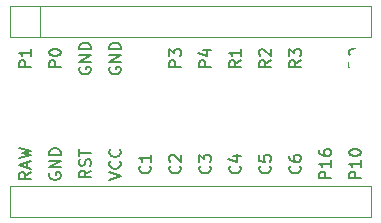
<source format=gto>
G04 #@! TF.GenerationSoftware,KiCad,Pcbnew,8.0.6+1*
G04 #@! TF.CreationDate,2024-11-11T16:29:32+00:00*
G04 #@! TF.ProjectId,not_about_money,6e6f745f-6162-46f7-9574-5f6d6f6e6579,v1.0.0*
G04 #@! TF.SameCoordinates,Original*
G04 #@! TF.FileFunction,Legend,Top*
G04 #@! TF.FilePolarity,Positive*
%FSLAX46Y46*%
G04 Gerber Fmt 4.6, Leading zero omitted, Abs format (unit mm)*
G04 Created by KiCad (PCBNEW 8.0.6+1) date 2024-11-11 16:29:32*
%MOMM*%
%LPD*%
G01*
G04 APERTURE LIST*
%ADD10C,0.150000*%
%ADD11C,0.120000*%
%ADD12C,2.300000*%
%ADD13C,4.200000*%
%ADD14C,2.000000*%
%ADD15C,3.100000*%
%ADD16C,1.800000*%
%ADD17C,1.000000*%
%ADD18C,0.850000*%
%ADD19O,1.850000X1.300000*%
G04 APERTURE END LIST*
D10*
X93054819Y-47160476D02*
X92578628Y-47493809D01*
X93054819Y-47731904D02*
X92054819Y-47731904D01*
X92054819Y-47731904D02*
X92054819Y-47350952D01*
X92054819Y-47350952D02*
X92102438Y-47255714D01*
X92102438Y-47255714D02*
X92150057Y-47208095D01*
X92150057Y-47208095D02*
X92245295Y-47160476D01*
X92245295Y-47160476D02*
X92388152Y-47160476D01*
X92388152Y-47160476D02*
X92483390Y-47208095D01*
X92483390Y-47208095D02*
X92531009Y-47255714D01*
X92531009Y-47255714D02*
X92578628Y-47350952D01*
X92578628Y-47350952D02*
X92578628Y-47731904D01*
X92769104Y-46779523D02*
X92769104Y-46303333D01*
X93054819Y-46874761D02*
X92054819Y-46541428D01*
X92054819Y-46541428D02*
X93054819Y-46208095D01*
X92054819Y-45969999D02*
X93054819Y-45731904D01*
X93054819Y-45731904D02*
X92340533Y-45541428D01*
X92340533Y-45541428D02*
X93054819Y-45350952D01*
X93054819Y-45350952D02*
X92054819Y-45112857D01*
X93054819Y-38268094D02*
X92054819Y-38268094D01*
X92054819Y-38268094D02*
X92054819Y-37887142D01*
X92054819Y-37887142D02*
X92102438Y-37791904D01*
X92102438Y-37791904D02*
X92150057Y-37744285D01*
X92150057Y-37744285D02*
X92245295Y-37696666D01*
X92245295Y-37696666D02*
X92388152Y-37696666D01*
X92388152Y-37696666D02*
X92483390Y-37744285D01*
X92483390Y-37744285D02*
X92531009Y-37791904D01*
X92531009Y-37791904D02*
X92578628Y-37887142D01*
X92578628Y-37887142D02*
X92578628Y-38268094D01*
X93054819Y-36744285D02*
X93054819Y-37315713D01*
X93054819Y-37029999D02*
X92054819Y-37029999D01*
X92054819Y-37029999D02*
X92197676Y-37125237D01*
X92197676Y-37125237D02*
X92292914Y-37220475D01*
X92292914Y-37220475D02*
X92340533Y-37315713D01*
X94642438Y-47231904D02*
X94594819Y-47327142D01*
X94594819Y-47327142D02*
X94594819Y-47469999D01*
X94594819Y-47469999D02*
X94642438Y-47612856D01*
X94642438Y-47612856D02*
X94737676Y-47708094D01*
X94737676Y-47708094D02*
X94832914Y-47755713D01*
X94832914Y-47755713D02*
X95023390Y-47803332D01*
X95023390Y-47803332D02*
X95166247Y-47803332D01*
X95166247Y-47803332D02*
X95356723Y-47755713D01*
X95356723Y-47755713D02*
X95451961Y-47708094D01*
X95451961Y-47708094D02*
X95547200Y-47612856D01*
X95547200Y-47612856D02*
X95594819Y-47469999D01*
X95594819Y-47469999D02*
X95594819Y-47374761D01*
X95594819Y-47374761D02*
X95547200Y-47231904D01*
X95547200Y-47231904D02*
X95499580Y-47184285D01*
X95499580Y-47184285D02*
X95166247Y-47184285D01*
X95166247Y-47184285D02*
X95166247Y-47374761D01*
X95594819Y-46755713D02*
X94594819Y-46755713D01*
X94594819Y-46755713D02*
X95594819Y-46184285D01*
X95594819Y-46184285D02*
X94594819Y-46184285D01*
X95594819Y-45708094D02*
X94594819Y-45708094D01*
X94594819Y-45708094D02*
X94594819Y-45469999D01*
X94594819Y-45469999D02*
X94642438Y-45327142D01*
X94642438Y-45327142D02*
X94737676Y-45231904D01*
X94737676Y-45231904D02*
X94832914Y-45184285D01*
X94832914Y-45184285D02*
X95023390Y-45136666D01*
X95023390Y-45136666D02*
X95166247Y-45136666D01*
X95166247Y-45136666D02*
X95356723Y-45184285D01*
X95356723Y-45184285D02*
X95451961Y-45231904D01*
X95451961Y-45231904D02*
X95547200Y-45327142D01*
X95547200Y-45327142D02*
X95594819Y-45469999D01*
X95594819Y-45469999D02*
X95594819Y-45708094D01*
X95594819Y-38268094D02*
X94594819Y-38268094D01*
X94594819Y-38268094D02*
X94594819Y-37887142D01*
X94594819Y-37887142D02*
X94642438Y-37791904D01*
X94642438Y-37791904D02*
X94690057Y-37744285D01*
X94690057Y-37744285D02*
X94785295Y-37696666D01*
X94785295Y-37696666D02*
X94928152Y-37696666D01*
X94928152Y-37696666D02*
X95023390Y-37744285D01*
X95023390Y-37744285D02*
X95071009Y-37791904D01*
X95071009Y-37791904D02*
X95118628Y-37887142D01*
X95118628Y-37887142D02*
X95118628Y-38268094D01*
X94594819Y-37077618D02*
X94594819Y-36982380D01*
X94594819Y-36982380D02*
X94642438Y-36887142D01*
X94642438Y-36887142D02*
X94690057Y-36839523D01*
X94690057Y-36839523D02*
X94785295Y-36791904D01*
X94785295Y-36791904D02*
X94975771Y-36744285D01*
X94975771Y-36744285D02*
X95213866Y-36744285D01*
X95213866Y-36744285D02*
X95404342Y-36791904D01*
X95404342Y-36791904D02*
X95499580Y-36839523D01*
X95499580Y-36839523D02*
X95547200Y-36887142D01*
X95547200Y-36887142D02*
X95594819Y-36982380D01*
X95594819Y-36982380D02*
X95594819Y-37077618D01*
X95594819Y-37077618D02*
X95547200Y-37172856D01*
X95547200Y-37172856D02*
X95499580Y-37220475D01*
X95499580Y-37220475D02*
X95404342Y-37268094D01*
X95404342Y-37268094D02*
X95213866Y-37315713D01*
X95213866Y-37315713D02*
X94975771Y-37315713D01*
X94975771Y-37315713D02*
X94785295Y-37268094D01*
X94785295Y-37268094D02*
X94690057Y-37220475D01*
X94690057Y-37220475D02*
X94642438Y-37172856D01*
X94642438Y-37172856D02*
X94594819Y-37077618D01*
X98134819Y-47017619D02*
X97658628Y-47350952D01*
X98134819Y-47589047D02*
X97134819Y-47589047D01*
X97134819Y-47589047D02*
X97134819Y-47208095D01*
X97134819Y-47208095D02*
X97182438Y-47112857D01*
X97182438Y-47112857D02*
X97230057Y-47065238D01*
X97230057Y-47065238D02*
X97325295Y-47017619D01*
X97325295Y-47017619D02*
X97468152Y-47017619D01*
X97468152Y-47017619D02*
X97563390Y-47065238D01*
X97563390Y-47065238D02*
X97611009Y-47112857D01*
X97611009Y-47112857D02*
X97658628Y-47208095D01*
X97658628Y-47208095D02*
X97658628Y-47589047D01*
X98087200Y-46636666D02*
X98134819Y-46493809D01*
X98134819Y-46493809D02*
X98134819Y-46255714D01*
X98134819Y-46255714D02*
X98087200Y-46160476D01*
X98087200Y-46160476D02*
X98039580Y-46112857D01*
X98039580Y-46112857D02*
X97944342Y-46065238D01*
X97944342Y-46065238D02*
X97849104Y-46065238D01*
X97849104Y-46065238D02*
X97753866Y-46112857D01*
X97753866Y-46112857D02*
X97706247Y-46160476D01*
X97706247Y-46160476D02*
X97658628Y-46255714D01*
X97658628Y-46255714D02*
X97611009Y-46446190D01*
X97611009Y-46446190D02*
X97563390Y-46541428D01*
X97563390Y-46541428D02*
X97515771Y-46589047D01*
X97515771Y-46589047D02*
X97420533Y-46636666D01*
X97420533Y-46636666D02*
X97325295Y-46636666D01*
X97325295Y-46636666D02*
X97230057Y-46589047D01*
X97230057Y-46589047D02*
X97182438Y-46541428D01*
X97182438Y-46541428D02*
X97134819Y-46446190D01*
X97134819Y-46446190D02*
X97134819Y-46208095D01*
X97134819Y-46208095D02*
X97182438Y-46065238D01*
X97134819Y-45779523D02*
X97134819Y-45208095D01*
X98134819Y-45493809D02*
X97134819Y-45493809D01*
X97182438Y-38291904D02*
X97134819Y-38387142D01*
X97134819Y-38387142D02*
X97134819Y-38529999D01*
X97134819Y-38529999D02*
X97182438Y-38672856D01*
X97182438Y-38672856D02*
X97277676Y-38768094D01*
X97277676Y-38768094D02*
X97372914Y-38815713D01*
X97372914Y-38815713D02*
X97563390Y-38863332D01*
X97563390Y-38863332D02*
X97706247Y-38863332D01*
X97706247Y-38863332D02*
X97896723Y-38815713D01*
X97896723Y-38815713D02*
X97991961Y-38768094D01*
X97991961Y-38768094D02*
X98087200Y-38672856D01*
X98087200Y-38672856D02*
X98134819Y-38529999D01*
X98134819Y-38529999D02*
X98134819Y-38434761D01*
X98134819Y-38434761D02*
X98087200Y-38291904D01*
X98087200Y-38291904D02*
X98039580Y-38244285D01*
X98039580Y-38244285D02*
X97706247Y-38244285D01*
X97706247Y-38244285D02*
X97706247Y-38434761D01*
X98134819Y-37815713D02*
X97134819Y-37815713D01*
X97134819Y-37815713D02*
X98134819Y-37244285D01*
X98134819Y-37244285D02*
X97134819Y-37244285D01*
X98134819Y-36768094D02*
X97134819Y-36768094D01*
X97134819Y-36768094D02*
X97134819Y-36529999D01*
X97134819Y-36529999D02*
X97182438Y-36387142D01*
X97182438Y-36387142D02*
X97277676Y-36291904D01*
X97277676Y-36291904D02*
X97372914Y-36244285D01*
X97372914Y-36244285D02*
X97563390Y-36196666D01*
X97563390Y-36196666D02*
X97706247Y-36196666D01*
X97706247Y-36196666D02*
X97896723Y-36244285D01*
X97896723Y-36244285D02*
X97991961Y-36291904D01*
X97991961Y-36291904D02*
X98087200Y-36387142D01*
X98087200Y-36387142D02*
X98134819Y-36529999D01*
X98134819Y-36529999D02*
X98134819Y-36768094D01*
X99674819Y-47803332D02*
X100674819Y-47469999D01*
X100674819Y-47469999D02*
X99674819Y-47136666D01*
X100579580Y-46231904D02*
X100627200Y-46279523D01*
X100627200Y-46279523D02*
X100674819Y-46422380D01*
X100674819Y-46422380D02*
X100674819Y-46517618D01*
X100674819Y-46517618D02*
X100627200Y-46660475D01*
X100627200Y-46660475D02*
X100531961Y-46755713D01*
X100531961Y-46755713D02*
X100436723Y-46803332D01*
X100436723Y-46803332D02*
X100246247Y-46850951D01*
X100246247Y-46850951D02*
X100103390Y-46850951D01*
X100103390Y-46850951D02*
X99912914Y-46803332D01*
X99912914Y-46803332D02*
X99817676Y-46755713D01*
X99817676Y-46755713D02*
X99722438Y-46660475D01*
X99722438Y-46660475D02*
X99674819Y-46517618D01*
X99674819Y-46517618D02*
X99674819Y-46422380D01*
X99674819Y-46422380D02*
X99722438Y-46279523D01*
X99722438Y-46279523D02*
X99770057Y-46231904D01*
X100579580Y-45231904D02*
X100627200Y-45279523D01*
X100627200Y-45279523D02*
X100674819Y-45422380D01*
X100674819Y-45422380D02*
X100674819Y-45517618D01*
X100674819Y-45517618D02*
X100627200Y-45660475D01*
X100627200Y-45660475D02*
X100531961Y-45755713D01*
X100531961Y-45755713D02*
X100436723Y-45803332D01*
X100436723Y-45803332D02*
X100246247Y-45850951D01*
X100246247Y-45850951D02*
X100103390Y-45850951D01*
X100103390Y-45850951D02*
X99912914Y-45803332D01*
X99912914Y-45803332D02*
X99817676Y-45755713D01*
X99817676Y-45755713D02*
X99722438Y-45660475D01*
X99722438Y-45660475D02*
X99674819Y-45517618D01*
X99674819Y-45517618D02*
X99674819Y-45422380D01*
X99674819Y-45422380D02*
X99722438Y-45279523D01*
X99722438Y-45279523D02*
X99770057Y-45231904D01*
X99722438Y-38291904D02*
X99674819Y-38387142D01*
X99674819Y-38387142D02*
X99674819Y-38529999D01*
X99674819Y-38529999D02*
X99722438Y-38672856D01*
X99722438Y-38672856D02*
X99817676Y-38768094D01*
X99817676Y-38768094D02*
X99912914Y-38815713D01*
X99912914Y-38815713D02*
X100103390Y-38863332D01*
X100103390Y-38863332D02*
X100246247Y-38863332D01*
X100246247Y-38863332D02*
X100436723Y-38815713D01*
X100436723Y-38815713D02*
X100531961Y-38768094D01*
X100531961Y-38768094D02*
X100627200Y-38672856D01*
X100627200Y-38672856D02*
X100674819Y-38529999D01*
X100674819Y-38529999D02*
X100674819Y-38434761D01*
X100674819Y-38434761D02*
X100627200Y-38291904D01*
X100627200Y-38291904D02*
X100579580Y-38244285D01*
X100579580Y-38244285D02*
X100246247Y-38244285D01*
X100246247Y-38244285D02*
X100246247Y-38434761D01*
X100674819Y-37815713D02*
X99674819Y-37815713D01*
X99674819Y-37815713D02*
X100674819Y-37244285D01*
X100674819Y-37244285D02*
X99674819Y-37244285D01*
X100674819Y-36768094D02*
X99674819Y-36768094D01*
X99674819Y-36768094D02*
X99674819Y-36529999D01*
X99674819Y-36529999D02*
X99722438Y-36387142D01*
X99722438Y-36387142D02*
X99817676Y-36291904D01*
X99817676Y-36291904D02*
X99912914Y-36244285D01*
X99912914Y-36244285D02*
X100103390Y-36196666D01*
X100103390Y-36196666D02*
X100246247Y-36196666D01*
X100246247Y-36196666D02*
X100436723Y-36244285D01*
X100436723Y-36244285D02*
X100531961Y-36291904D01*
X100531961Y-36291904D02*
X100627200Y-36387142D01*
X100627200Y-36387142D02*
X100674819Y-36529999D01*
X100674819Y-36529999D02*
X100674819Y-36768094D01*
X103119580Y-46636666D02*
X103167200Y-46684285D01*
X103167200Y-46684285D02*
X103214819Y-46827142D01*
X103214819Y-46827142D02*
X103214819Y-46922380D01*
X103214819Y-46922380D02*
X103167200Y-47065237D01*
X103167200Y-47065237D02*
X103071961Y-47160475D01*
X103071961Y-47160475D02*
X102976723Y-47208094D01*
X102976723Y-47208094D02*
X102786247Y-47255713D01*
X102786247Y-47255713D02*
X102643390Y-47255713D01*
X102643390Y-47255713D02*
X102452914Y-47208094D01*
X102452914Y-47208094D02*
X102357676Y-47160475D01*
X102357676Y-47160475D02*
X102262438Y-47065237D01*
X102262438Y-47065237D02*
X102214819Y-46922380D01*
X102214819Y-46922380D02*
X102214819Y-46827142D01*
X102214819Y-46827142D02*
X102262438Y-46684285D01*
X102262438Y-46684285D02*
X102310057Y-46636666D01*
X103214819Y-45684285D02*
X103214819Y-46255713D01*
X103214819Y-45969999D02*
X102214819Y-45969999D01*
X102214819Y-45969999D02*
X102357676Y-46065237D01*
X102357676Y-46065237D02*
X102452914Y-46160475D01*
X102452914Y-46160475D02*
X102500533Y-46255713D01*
X103214819Y-38268094D02*
X102214819Y-38268094D01*
X102214819Y-38268094D02*
X102214819Y-37887142D01*
X102214819Y-37887142D02*
X102262438Y-37791904D01*
X102262438Y-37791904D02*
X102310057Y-37744285D01*
X102310057Y-37744285D02*
X102405295Y-37696666D01*
X102405295Y-37696666D02*
X102548152Y-37696666D01*
X102548152Y-37696666D02*
X102643390Y-37744285D01*
X102643390Y-37744285D02*
X102691009Y-37791904D01*
X102691009Y-37791904D02*
X102738628Y-37887142D01*
X102738628Y-37887142D02*
X102738628Y-38268094D01*
X102310057Y-37315713D02*
X102262438Y-37268094D01*
X102262438Y-37268094D02*
X102214819Y-37172856D01*
X102214819Y-37172856D02*
X102214819Y-36934761D01*
X102214819Y-36934761D02*
X102262438Y-36839523D01*
X102262438Y-36839523D02*
X102310057Y-36791904D01*
X102310057Y-36791904D02*
X102405295Y-36744285D01*
X102405295Y-36744285D02*
X102500533Y-36744285D01*
X102500533Y-36744285D02*
X102643390Y-36791904D01*
X102643390Y-36791904D02*
X103214819Y-37363332D01*
X103214819Y-37363332D02*
X103214819Y-36744285D01*
X105659580Y-46636666D02*
X105707200Y-46684285D01*
X105707200Y-46684285D02*
X105754819Y-46827142D01*
X105754819Y-46827142D02*
X105754819Y-46922380D01*
X105754819Y-46922380D02*
X105707200Y-47065237D01*
X105707200Y-47065237D02*
X105611961Y-47160475D01*
X105611961Y-47160475D02*
X105516723Y-47208094D01*
X105516723Y-47208094D02*
X105326247Y-47255713D01*
X105326247Y-47255713D02*
X105183390Y-47255713D01*
X105183390Y-47255713D02*
X104992914Y-47208094D01*
X104992914Y-47208094D02*
X104897676Y-47160475D01*
X104897676Y-47160475D02*
X104802438Y-47065237D01*
X104802438Y-47065237D02*
X104754819Y-46922380D01*
X104754819Y-46922380D02*
X104754819Y-46827142D01*
X104754819Y-46827142D02*
X104802438Y-46684285D01*
X104802438Y-46684285D02*
X104850057Y-46636666D01*
X104850057Y-46255713D02*
X104802438Y-46208094D01*
X104802438Y-46208094D02*
X104754819Y-46112856D01*
X104754819Y-46112856D02*
X104754819Y-45874761D01*
X104754819Y-45874761D02*
X104802438Y-45779523D01*
X104802438Y-45779523D02*
X104850057Y-45731904D01*
X104850057Y-45731904D02*
X104945295Y-45684285D01*
X104945295Y-45684285D02*
X105040533Y-45684285D01*
X105040533Y-45684285D02*
X105183390Y-45731904D01*
X105183390Y-45731904D02*
X105754819Y-46303332D01*
X105754819Y-46303332D02*
X105754819Y-45684285D01*
X105754819Y-38268094D02*
X104754819Y-38268094D01*
X104754819Y-38268094D02*
X104754819Y-37887142D01*
X104754819Y-37887142D02*
X104802438Y-37791904D01*
X104802438Y-37791904D02*
X104850057Y-37744285D01*
X104850057Y-37744285D02*
X104945295Y-37696666D01*
X104945295Y-37696666D02*
X105088152Y-37696666D01*
X105088152Y-37696666D02*
X105183390Y-37744285D01*
X105183390Y-37744285D02*
X105231009Y-37791904D01*
X105231009Y-37791904D02*
X105278628Y-37887142D01*
X105278628Y-37887142D02*
X105278628Y-38268094D01*
X104754819Y-37363332D02*
X104754819Y-36744285D01*
X104754819Y-36744285D02*
X105135771Y-37077618D01*
X105135771Y-37077618D02*
X105135771Y-36934761D01*
X105135771Y-36934761D02*
X105183390Y-36839523D01*
X105183390Y-36839523D02*
X105231009Y-36791904D01*
X105231009Y-36791904D02*
X105326247Y-36744285D01*
X105326247Y-36744285D02*
X105564342Y-36744285D01*
X105564342Y-36744285D02*
X105659580Y-36791904D01*
X105659580Y-36791904D02*
X105707200Y-36839523D01*
X105707200Y-36839523D02*
X105754819Y-36934761D01*
X105754819Y-36934761D02*
X105754819Y-37220475D01*
X105754819Y-37220475D02*
X105707200Y-37315713D01*
X105707200Y-37315713D02*
X105659580Y-37363332D01*
X108199580Y-46636666D02*
X108247200Y-46684285D01*
X108247200Y-46684285D02*
X108294819Y-46827142D01*
X108294819Y-46827142D02*
X108294819Y-46922380D01*
X108294819Y-46922380D02*
X108247200Y-47065237D01*
X108247200Y-47065237D02*
X108151961Y-47160475D01*
X108151961Y-47160475D02*
X108056723Y-47208094D01*
X108056723Y-47208094D02*
X107866247Y-47255713D01*
X107866247Y-47255713D02*
X107723390Y-47255713D01*
X107723390Y-47255713D02*
X107532914Y-47208094D01*
X107532914Y-47208094D02*
X107437676Y-47160475D01*
X107437676Y-47160475D02*
X107342438Y-47065237D01*
X107342438Y-47065237D02*
X107294819Y-46922380D01*
X107294819Y-46922380D02*
X107294819Y-46827142D01*
X107294819Y-46827142D02*
X107342438Y-46684285D01*
X107342438Y-46684285D02*
X107390057Y-46636666D01*
X107294819Y-46303332D02*
X107294819Y-45684285D01*
X107294819Y-45684285D02*
X107675771Y-46017618D01*
X107675771Y-46017618D02*
X107675771Y-45874761D01*
X107675771Y-45874761D02*
X107723390Y-45779523D01*
X107723390Y-45779523D02*
X107771009Y-45731904D01*
X107771009Y-45731904D02*
X107866247Y-45684285D01*
X107866247Y-45684285D02*
X108104342Y-45684285D01*
X108104342Y-45684285D02*
X108199580Y-45731904D01*
X108199580Y-45731904D02*
X108247200Y-45779523D01*
X108247200Y-45779523D02*
X108294819Y-45874761D01*
X108294819Y-45874761D02*
X108294819Y-46160475D01*
X108294819Y-46160475D02*
X108247200Y-46255713D01*
X108247200Y-46255713D02*
X108199580Y-46303332D01*
X108294819Y-38268094D02*
X107294819Y-38268094D01*
X107294819Y-38268094D02*
X107294819Y-37887142D01*
X107294819Y-37887142D02*
X107342438Y-37791904D01*
X107342438Y-37791904D02*
X107390057Y-37744285D01*
X107390057Y-37744285D02*
X107485295Y-37696666D01*
X107485295Y-37696666D02*
X107628152Y-37696666D01*
X107628152Y-37696666D02*
X107723390Y-37744285D01*
X107723390Y-37744285D02*
X107771009Y-37791904D01*
X107771009Y-37791904D02*
X107818628Y-37887142D01*
X107818628Y-37887142D02*
X107818628Y-38268094D01*
X107628152Y-36839523D02*
X108294819Y-36839523D01*
X107247200Y-37077618D02*
X107961485Y-37315713D01*
X107961485Y-37315713D02*
X107961485Y-36696666D01*
X110739580Y-46636666D02*
X110787200Y-46684285D01*
X110787200Y-46684285D02*
X110834819Y-46827142D01*
X110834819Y-46827142D02*
X110834819Y-46922380D01*
X110834819Y-46922380D02*
X110787200Y-47065237D01*
X110787200Y-47065237D02*
X110691961Y-47160475D01*
X110691961Y-47160475D02*
X110596723Y-47208094D01*
X110596723Y-47208094D02*
X110406247Y-47255713D01*
X110406247Y-47255713D02*
X110263390Y-47255713D01*
X110263390Y-47255713D02*
X110072914Y-47208094D01*
X110072914Y-47208094D02*
X109977676Y-47160475D01*
X109977676Y-47160475D02*
X109882438Y-47065237D01*
X109882438Y-47065237D02*
X109834819Y-46922380D01*
X109834819Y-46922380D02*
X109834819Y-46827142D01*
X109834819Y-46827142D02*
X109882438Y-46684285D01*
X109882438Y-46684285D02*
X109930057Y-46636666D01*
X110168152Y-45779523D02*
X110834819Y-45779523D01*
X109787200Y-46017618D02*
X110501485Y-46255713D01*
X110501485Y-46255713D02*
X110501485Y-45636666D01*
X110834819Y-37696666D02*
X110358628Y-38029999D01*
X110834819Y-38268094D02*
X109834819Y-38268094D01*
X109834819Y-38268094D02*
X109834819Y-37887142D01*
X109834819Y-37887142D02*
X109882438Y-37791904D01*
X109882438Y-37791904D02*
X109930057Y-37744285D01*
X109930057Y-37744285D02*
X110025295Y-37696666D01*
X110025295Y-37696666D02*
X110168152Y-37696666D01*
X110168152Y-37696666D02*
X110263390Y-37744285D01*
X110263390Y-37744285D02*
X110311009Y-37791904D01*
X110311009Y-37791904D02*
X110358628Y-37887142D01*
X110358628Y-37887142D02*
X110358628Y-38268094D01*
X110834819Y-36744285D02*
X110834819Y-37315713D01*
X110834819Y-37029999D02*
X109834819Y-37029999D01*
X109834819Y-37029999D02*
X109977676Y-37125237D01*
X109977676Y-37125237D02*
X110072914Y-37220475D01*
X110072914Y-37220475D02*
X110120533Y-37315713D01*
X113279580Y-46636666D02*
X113327200Y-46684285D01*
X113327200Y-46684285D02*
X113374819Y-46827142D01*
X113374819Y-46827142D02*
X113374819Y-46922380D01*
X113374819Y-46922380D02*
X113327200Y-47065237D01*
X113327200Y-47065237D02*
X113231961Y-47160475D01*
X113231961Y-47160475D02*
X113136723Y-47208094D01*
X113136723Y-47208094D02*
X112946247Y-47255713D01*
X112946247Y-47255713D02*
X112803390Y-47255713D01*
X112803390Y-47255713D02*
X112612914Y-47208094D01*
X112612914Y-47208094D02*
X112517676Y-47160475D01*
X112517676Y-47160475D02*
X112422438Y-47065237D01*
X112422438Y-47065237D02*
X112374819Y-46922380D01*
X112374819Y-46922380D02*
X112374819Y-46827142D01*
X112374819Y-46827142D02*
X112422438Y-46684285D01*
X112422438Y-46684285D02*
X112470057Y-46636666D01*
X112374819Y-45731904D02*
X112374819Y-46208094D01*
X112374819Y-46208094D02*
X112851009Y-46255713D01*
X112851009Y-46255713D02*
X112803390Y-46208094D01*
X112803390Y-46208094D02*
X112755771Y-46112856D01*
X112755771Y-46112856D02*
X112755771Y-45874761D01*
X112755771Y-45874761D02*
X112803390Y-45779523D01*
X112803390Y-45779523D02*
X112851009Y-45731904D01*
X112851009Y-45731904D02*
X112946247Y-45684285D01*
X112946247Y-45684285D02*
X113184342Y-45684285D01*
X113184342Y-45684285D02*
X113279580Y-45731904D01*
X113279580Y-45731904D02*
X113327200Y-45779523D01*
X113327200Y-45779523D02*
X113374819Y-45874761D01*
X113374819Y-45874761D02*
X113374819Y-46112856D01*
X113374819Y-46112856D02*
X113327200Y-46208094D01*
X113327200Y-46208094D02*
X113279580Y-46255713D01*
X113374819Y-37696666D02*
X112898628Y-38029999D01*
X113374819Y-38268094D02*
X112374819Y-38268094D01*
X112374819Y-38268094D02*
X112374819Y-37887142D01*
X112374819Y-37887142D02*
X112422438Y-37791904D01*
X112422438Y-37791904D02*
X112470057Y-37744285D01*
X112470057Y-37744285D02*
X112565295Y-37696666D01*
X112565295Y-37696666D02*
X112708152Y-37696666D01*
X112708152Y-37696666D02*
X112803390Y-37744285D01*
X112803390Y-37744285D02*
X112851009Y-37791904D01*
X112851009Y-37791904D02*
X112898628Y-37887142D01*
X112898628Y-37887142D02*
X112898628Y-38268094D01*
X112470057Y-37315713D02*
X112422438Y-37268094D01*
X112422438Y-37268094D02*
X112374819Y-37172856D01*
X112374819Y-37172856D02*
X112374819Y-36934761D01*
X112374819Y-36934761D02*
X112422438Y-36839523D01*
X112422438Y-36839523D02*
X112470057Y-36791904D01*
X112470057Y-36791904D02*
X112565295Y-36744285D01*
X112565295Y-36744285D02*
X112660533Y-36744285D01*
X112660533Y-36744285D02*
X112803390Y-36791904D01*
X112803390Y-36791904D02*
X113374819Y-37363332D01*
X113374819Y-37363332D02*
X113374819Y-36744285D01*
X115819580Y-46636666D02*
X115867200Y-46684285D01*
X115867200Y-46684285D02*
X115914819Y-46827142D01*
X115914819Y-46827142D02*
X115914819Y-46922380D01*
X115914819Y-46922380D02*
X115867200Y-47065237D01*
X115867200Y-47065237D02*
X115771961Y-47160475D01*
X115771961Y-47160475D02*
X115676723Y-47208094D01*
X115676723Y-47208094D02*
X115486247Y-47255713D01*
X115486247Y-47255713D02*
X115343390Y-47255713D01*
X115343390Y-47255713D02*
X115152914Y-47208094D01*
X115152914Y-47208094D02*
X115057676Y-47160475D01*
X115057676Y-47160475D02*
X114962438Y-47065237D01*
X114962438Y-47065237D02*
X114914819Y-46922380D01*
X114914819Y-46922380D02*
X114914819Y-46827142D01*
X114914819Y-46827142D02*
X114962438Y-46684285D01*
X114962438Y-46684285D02*
X115010057Y-46636666D01*
X114914819Y-45779523D02*
X114914819Y-45969999D01*
X114914819Y-45969999D02*
X114962438Y-46065237D01*
X114962438Y-46065237D02*
X115010057Y-46112856D01*
X115010057Y-46112856D02*
X115152914Y-46208094D01*
X115152914Y-46208094D02*
X115343390Y-46255713D01*
X115343390Y-46255713D02*
X115724342Y-46255713D01*
X115724342Y-46255713D02*
X115819580Y-46208094D01*
X115819580Y-46208094D02*
X115867200Y-46160475D01*
X115867200Y-46160475D02*
X115914819Y-46065237D01*
X115914819Y-46065237D02*
X115914819Y-45874761D01*
X115914819Y-45874761D02*
X115867200Y-45779523D01*
X115867200Y-45779523D02*
X115819580Y-45731904D01*
X115819580Y-45731904D02*
X115724342Y-45684285D01*
X115724342Y-45684285D02*
X115486247Y-45684285D01*
X115486247Y-45684285D02*
X115391009Y-45731904D01*
X115391009Y-45731904D02*
X115343390Y-45779523D01*
X115343390Y-45779523D02*
X115295771Y-45874761D01*
X115295771Y-45874761D02*
X115295771Y-46065237D01*
X115295771Y-46065237D02*
X115343390Y-46160475D01*
X115343390Y-46160475D02*
X115391009Y-46208094D01*
X115391009Y-46208094D02*
X115486247Y-46255713D01*
X115914819Y-37696666D02*
X115438628Y-38029999D01*
X115914819Y-38268094D02*
X114914819Y-38268094D01*
X114914819Y-38268094D02*
X114914819Y-37887142D01*
X114914819Y-37887142D02*
X114962438Y-37791904D01*
X114962438Y-37791904D02*
X115010057Y-37744285D01*
X115010057Y-37744285D02*
X115105295Y-37696666D01*
X115105295Y-37696666D02*
X115248152Y-37696666D01*
X115248152Y-37696666D02*
X115343390Y-37744285D01*
X115343390Y-37744285D02*
X115391009Y-37791904D01*
X115391009Y-37791904D02*
X115438628Y-37887142D01*
X115438628Y-37887142D02*
X115438628Y-38268094D01*
X114914819Y-37363332D02*
X114914819Y-36744285D01*
X114914819Y-36744285D02*
X115295771Y-37077618D01*
X115295771Y-37077618D02*
X115295771Y-36934761D01*
X115295771Y-36934761D02*
X115343390Y-36839523D01*
X115343390Y-36839523D02*
X115391009Y-36791904D01*
X115391009Y-36791904D02*
X115486247Y-36744285D01*
X115486247Y-36744285D02*
X115724342Y-36744285D01*
X115724342Y-36744285D02*
X115819580Y-36791904D01*
X115819580Y-36791904D02*
X115867200Y-36839523D01*
X115867200Y-36839523D02*
X115914819Y-36934761D01*
X115914819Y-36934761D02*
X115914819Y-37220475D01*
X115914819Y-37220475D02*
X115867200Y-37315713D01*
X115867200Y-37315713D02*
X115819580Y-37363332D01*
X118454819Y-47684285D02*
X117454819Y-47684285D01*
X117454819Y-47684285D02*
X117454819Y-47303333D01*
X117454819Y-47303333D02*
X117502438Y-47208095D01*
X117502438Y-47208095D02*
X117550057Y-47160476D01*
X117550057Y-47160476D02*
X117645295Y-47112857D01*
X117645295Y-47112857D02*
X117788152Y-47112857D01*
X117788152Y-47112857D02*
X117883390Y-47160476D01*
X117883390Y-47160476D02*
X117931009Y-47208095D01*
X117931009Y-47208095D02*
X117978628Y-47303333D01*
X117978628Y-47303333D02*
X117978628Y-47684285D01*
X118454819Y-46160476D02*
X118454819Y-46731904D01*
X118454819Y-46446190D02*
X117454819Y-46446190D01*
X117454819Y-46446190D02*
X117597676Y-46541428D01*
X117597676Y-46541428D02*
X117692914Y-46636666D01*
X117692914Y-46636666D02*
X117740533Y-46731904D01*
X117454819Y-45303333D02*
X117454819Y-45493809D01*
X117454819Y-45493809D02*
X117502438Y-45589047D01*
X117502438Y-45589047D02*
X117550057Y-45636666D01*
X117550057Y-45636666D02*
X117692914Y-45731904D01*
X117692914Y-45731904D02*
X117883390Y-45779523D01*
X117883390Y-45779523D02*
X118264342Y-45779523D01*
X118264342Y-45779523D02*
X118359580Y-45731904D01*
X118359580Y-45731904D02*
X118407200Y-45684285D01*
X118407200Y-45684285D02*
X118454819Y-45589047D01*
X118454819Y-45589047D02*
X118454819Y-45398571D01*
X118454819Y-45398571D02*
X118407200Y-45303333D01*
X118407200Y-45303333D02*
X118359580Y-45255714D01*
X118359580Y-45255714D02*
X118264342Y-45208095D01*
X118264342Y-45208095D02*
X118026247Y-45208095D01*
X118026247Y-45208095D02*
X117931009Y-45255714D01*
X117931009Y-45255714D02*
X117883390Y-45303333D01*
X117883390Y-45303333D02*
X117835771Y-45398571D01*
X117835771Y-45398571D02*
X117835771Y-45589047D01*
X117835771Y-45589047D02*
X117883390Y-45684285D01*
X117883390Y-45684285D02*
X117931009Y-45731904D01*
X117931009Y-45731904D02*
X118026247Y-45779523D01*
X120994819Y-47684285D02*
X119994819Y-47684285D01*
X119994819Y-47684285D02*
X119994819Y-47303333D01*
X119994819Y-47303333D02*
X120042438Y-47208095D01*
X120042438Y-47208095D02*
X120090057Y-47160476D01*
X120090057Y-47160476D02*
X120185295Y-47112857D01*
X120185295Y-47112857D02*
X120328152Y-47112857D01*
X120328152Y-47112857D02*
X120423390Y-47160476D01*
X120423390Y-47160476D02*
X120471009Y-47208095D01*
X120471009Y-47208095D02*
X120518628Y-47303333D01*
X120518628Y-47303333D02*
X120518628Y-47684285D01*
X120994819Y-46160476D02*
X120994819Y-46731904D01*
X120994819Y-46446190D02*
X119994819Y-46446190D01*
X119994819Y-46446190D02*
X120137676Y-46541428D01*
X120137676Y-46541428D02*
X120232914Y-46636666D01*
X120232914Y-46636666D02*
X120280533Y-46731904D01*
X119994819Y-45541428D02*
X119994819Y-45446190D01*
X119994819Y-45446190D02*
X120042438Y-45350952D01*
X120042438Y-45350952D02*
X120090057Y-45303333D01*
X120090057Y-45303333D02*
X120185295Y-45255714D01*
X120185295Y-45255714D02*
X120375771Y-45208095D01*
X120375771Y-45208095D02*
X120613866Y-45208095D01*
X120613866Y-45208095D02*
X120804342Y-45255714D01*
X120804342Y-45255714D02*
X120899580Y-45303333D01*
X120899580Y-45303333D02*
X120947200Y-45350952D01*
X120947200Y-45350952D02*
X120994819Y-45446190D01*
X120994819Y-45446190D02*
X120994819Y-45541428D01*
X120994819Y-45541428D02*
X120947200Y-45636666D01*
X120947200Y-45636666D02*
X120899580Y-45684285D01*
X120899580Y-45684285D02*
X120804342Y-45731904D01*
X120804342Y-45731904D02*
X120613866Y-45779523D01*
X120613866Y-45779523D02*
X120375771Y-45779523D01*
X120375771Y-45779523D02*
X120185295Y-45731904D01*
X120185295Y-45731904D02*
X120090057Y-45684285D01*
X120090057Y-45684285D02*
X120042438Y-45636666D01*
X120042438Y-45636666D02*
X119994819Y-45541428D01*
X120994819Y-38268094D02*
X119994819Y-38268094D01*
X119994819Y-38268094D02*
X119994819Y-37887142D01*
X119994819Y-37887142D02*
X120042438Y-37791904D01*
X120042438Y-37791904D02*
X120090057Y-37744285D01*
X120090057Y-37744285D02*
X120185295Y-37696666D01*
X120185295Y-37696666D02*
X120328152Y-37696666D01*
X120328152Y-37696666D02*
X120423390Y-37744285D01*
X120423390Y-37744285D02*
X120471009Y-37791904D01*
X120471009Y-37791904D02*
X120518628Y-37887142D01*
X120518628Y-37887142D02*
X120518628Y-38268094D01*
X120994819Y-37220475D02*
X120994819Y-37029999D01*
X120994819Y-37029999D02*
X120947200Y-36934761D01*
X120947200Y-36934761D02*
X120899580Y-36887142D01*
X120899580Y-36887142D02*
X120756723Y-36791904D01*
X120756723Y-36791904D02*
X120566247Y-36744285D01*
X120566247Y-36744285D02*
X120185295Y-36744285D01*
X120185295Y-36744285D02*
X120090057Y-36791904D01*
X120090057Y-36791904D02*
X120042438Y-36839523D01*
X120042438Y-36839523D02*
X119994819Y-36934761D01*
X119994819Y-36934761D02*
X119994819Y-37125237D01*
X119994819Y-37125237D02*
X120042438Y-37220475D01*
X120042438Y-37220475D02*
X120090057Y-37268094D01*
X120090057Y-37268094D02*
X120185295Y-37315713D01*
X120185295Y-37315713D02*
X120423390Y-37315713D01*
X120423390Y-37315713D02*
X120518628Y-37268094D01*
X120518628Y-37268094D02*
X120566247Y-37220475D01*
X120566247Y-37220475D02*
X120613866Y-37125237D01*
X120613866Y-37125237D02*
X120613866Y-36934761D01*
X120613866Y-36934761D02*
X120566247Y-36839523D01*
X120566247Y-36839523D02*
X120518628Y-36791904D01*
X120518628Y-36791904D02*
X120423390Y-36744285D01*
D11*
X91270000Y-35710000D02*
X91270000Y-33050000D01*
X91270000Y-35710000D02*
X121870000Y-35710000D01*
X121870000Y-35710000D02*
X121870000Y-33050000D01*
X91270000Y-48290000D02*
X121870000Y-48290000D01*
X91270000Y-33050000D02*
X121870000Y-33050000D01*
X91270000Y-50950000D02*
X91270000Y-48290000D01*
X91270000Y-50950000D02*
X121870000Y-50950000D01*
X121870000Y-50950000D02*
X121870000Y-48290000D01*
X93870000Y-35710000D02*
X93870000Y-33050000D01*
%LPC*%
D12*
X128500000Y-52500000D03*
X185500000Y-52500000D03*
X185500000Y-90500000D03*
X109500000Y-90500000D03*
X147500000Y-71500000D03*
D13*
X100000000Y-100000000D03*
D14*
X105080000Y-100000000D03*
X94920000Y-100000000D03*
D15*
X102540000Y-94920000D03*
X96190000Y-97460000D03*
D13*
X100000000Y-81000000D03*
D14*
X105080000Y-81000000D03*
X94920000Y-81000000D03*
D15*
X102540000Y-75920000D03*
X96190000Y-78460000D03*
D13*
X100000000Y-62000000D03*
D14*
X105080000Y-62000000D03*
X94920000Y-62000000D03*
D15*
X102540000Y-56920000D03*
X96190000Y-59460000D03*
D13*
X100000000Y-43000000D03*
D14*
X105080000Y-43000000D03*
X94920000Y-43000000D03*
D15*
X102540000Y-37920000D03*
X96190000Y-40460000D03*
D13*
X119000000Y-100000000D03*
D14*
X124080000Y-100000000D03*
X113920000Y-100000000D03*
D15*
X121540000Y-94920000D03*
X115190000Y-97460000D03*
D13*
X119000000Y-81000000D03*
D14*
X124080000Y-81000000D03*
X113920000Y-81000000D03*
D15*
X121540000Y-75920000D03*
X115190000Y-78460000D03*
D13*
X119000000Y-62000000D03*
D14*
X124080000Y-62000000D03*
X113920000Y-62000000D03*
D15*
X121540000Y-56920000D03*
X115190000Y-59460000D03*
D13*
X119000000Y-43000000D03*
D14*
X124080000Y-43000000D03*
X113920000Y-43000000D03*
D15*
X121540000Y-37920000D03*
X115190000Y-40460000D03*
D13*
X138000000Y-100000000D03*
D14*
X143080000Y-100000000D03*
X132920000Y-100000000D03*
D15*
X140540000Y-94920000D03*
X134190000Y-97460000D03*
D13*
X138000000Y-81000000D03*
D14*
X143080000Y-81000000D03*
X132920000Y-81000000D03*
D15*
X140540000Y-75920000D03*
X134190000Y-78460000D03*
D13*
X138000000Y-62000000D03*
D14*
X143080000Y-62000000D03*
X132920000Y-62000000D03*
D15*
X140540000Y-56920000D03*
X134190000Y-59460000D03*
D13*
X138000000Y-43000000D03*
D14*
X143080000Y-43000000D03*
X132920000Y-43000000D03*
D15*
X140540000Y-37920000D03*
X134190000Y-40460000D03*
D13*
X157000000Y-100000000D03*
D14*
X162080000Y-100000000D03*
X151920000Y-100000000D03*
D15*
X159540000Y-94920000D03*
X153190000Y-97460000D03*
D13*
X157000000Y-81000000D03*
D14*
X162080000Y-81000000D03*
X151920000Y-81000000D03*
D15*
X159540000Y-75920000D03*
X153190000Y-78460000D03*
D13*
X157000000Y-62000000D03*
D14*
X162080000Y-62000000D03*
X151920000Y-62000000D03*
D15*
X159540000Y-56920000D03*
X153190000Y-59460000D03*
D13*
X157000000Y-43000000D03*
D14*
X162080000Y-43000000D03*
X151920000Y-43000000D03*
D15*
X159540000Y-37920000D03*
X153190000Y-40460000D03*
D13*
X176000000Y-100000000D03*
D14*
X181080000Y-100000000D03*
X170920000Y-100000000D03*
D15*
X178540000Y-94920000D03*
X172190000Y-97460000D03*
D13*
X176000000Y-81000000D03*
D14*
X181080000Y-81000000D03*
X170920000Y-81000000D03*
D15*
X178540000Y-75920000D03*
X172190000Y-78460000D03*
D13*
X176000000Y-62000000D03*
D14*
X181080000Y-62000000D03*
X170920000Y-62000000D03*
D15*
X178540000Y-56920000D03*
X172190000Y-59460000D03*
D13*
X176000000Y-43000000D03*
D14*
X181080000Y-43000000D03*
X170920000Y-43000000D03*
D15*
X178540000Y-37920000D03*
X172190000Y-40460000D03*
D13*
X195000000Y-100000000D03*
D14*
X200080000Y-100000000D03*
X189920000Y-100000000D03*
D15*
X197540000Y-94920000D03*
X191190000Y-97460000D03*
D13*
X195000000Y-81000000D03*
D14*
X200080000Y-81000000D03*
X189920000Y-81000000D03*
D15*
X197540000Y-75920000D03*
X191190000Y-78460000D03*
D13*
X195000000Y-62000000D03*
D14*
X200080000Y-62000000D03*
X189920000Y-62000000D03*
D15*
X197540000Y-56920000D03*
X191190000Y-59460000D03*
D13*
X195000000Y-43000000D03*
D14*
X200080000Y-43000000D03*
X189920000Y-43000000D03*
D15*
X197540000Y-37920000D03*
X191190000Y-40460000D03*
D16*
X92600000Y-49620000D03*
X92600000Y-34380000D03*
X95140000Y-49620000D03*
X95140000Y-34380000D03*
X97680000Y-49620000D03*
X97680000Y-34380000D03*
X100220000Y-49620000D03*
X100220000Y-34380000D03*
X102760000Y-49620000D03*
X102760000Y-34380000D03*
X105300000Y-49620000D03*
X105300000Y-34380000D03*
X107840000Y-49620000D03*
X107840000Y-34380000D03*
X110380000Y-49620000D03*
X110380000Y-34380000D03*
X112920000Y-49620000D03*
X112920000Y-34380000D03*
X115460000Y-49620000D03*
X115460000Y-34380000D03*
X118000000Y-49620000D03*
X118000000Y-34380000D03*
X120540000Y-49620000D03*
X120540000Y-34380000D03*
D17*
X90275000Y-73000000D03*
X90275000Y-70000000D03*
D18*
X132500000Y-32375000D03*
X132500000Y-35125000D03*
G36*
G01*
X110165000Y-70150000D02*
X108835000Y-70150000D01*
G75*
G02*
X108575000Y-69890000I0J260000D01*
G01*
X108575000Y-69110000D01*
G75*
G02*
X108835000Y-68850000I260000J0D01*
G01*
X110165000Y-68850000D01*
G75*
G02*
X110425000Y-69110000I0J-260000D01*
G01*
X110425000Y-69890000D01*
G75*
G02*
X110165000Y-70150000I-260000J0D01*
G01*
G37*
D19*
X109500000Y-71500000D03*
%LPD*%
M02*

</source>
